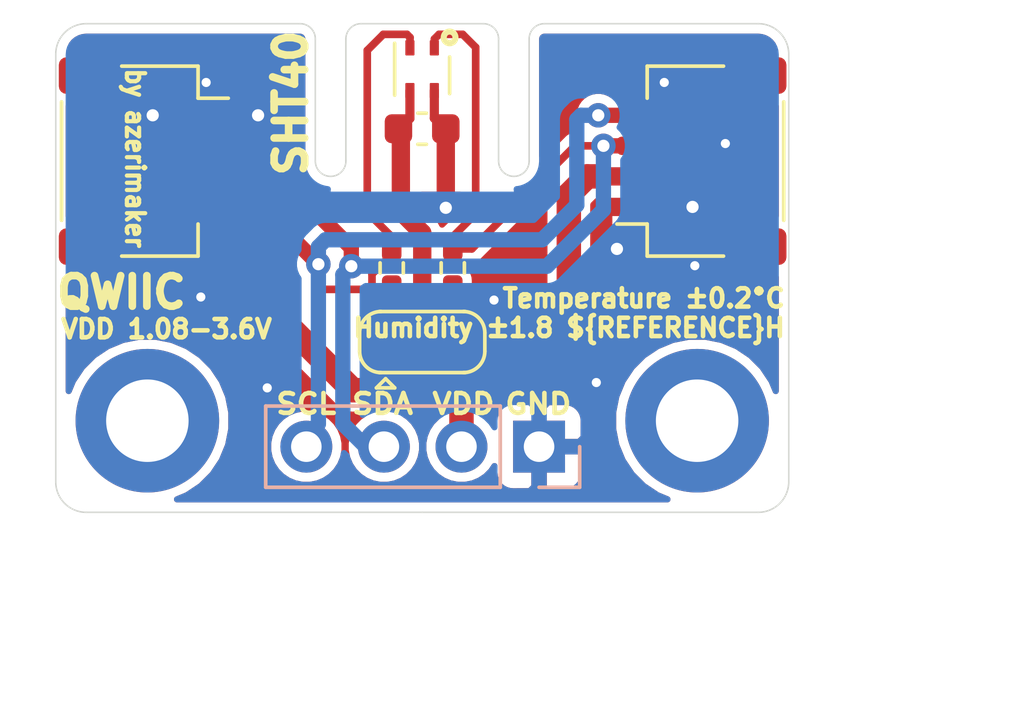
<source format=kicad_pcb>
(kicad_pcb (version 20171130) (host pcbnew "(5.1.8)-1")

  (general
    (thickness 1.6)
    (drawings 34)
    (tracks 109)
    (zones 0)
    (modules 10)
    (nets 7)
  )

  (page A4)
  (layers
    (0 F.Cu signal)
    (31 B.Cu signal)
    (32 B.Adhes user)
    (33 F.Adhes user)
    (34 B.Paste user)
    (35 F.Paste user)
    (36 B.SilkS user)
    (37 F.SilkS user)
    (38 B.Mask user)
    (39 F.Mask user)
    (40 Dwgs.User user)
    (41 Cmts.User user)
    (42 Eco1.User user)
    (43 Eco2.User user)
    (44 Edge.Cuts user)
    (45 Margin user)
    (46 B.CrtYd user)
    (47 F.CrtYd user)
    (48 B.Fab user hide)
    (49 F.Fab user hide)
  )

  (setup
    (last_trace_width 0.25)
    (user_trace_width 0.18)
    (user_trace_width 0.2)
    (user_trace_width 0.22)
    (user_trace_width 0.25)
    (user_trace_width 0.3)
    (user_trace_width 0.5)
    (user_trace_width 0.6)
    (user_trace_width 0.7)
    (user_trace_width 0.8)
    (user_trace_width 1)
    (trace_clearance 0.2)
    (zone_clearance 0.3)
    (zone_45_only no)
    (trace_min 0.17)
    (via_size 0.8)
    (via_drill 0.4)
    (via_min_size 0.45)
    (via_min_drill 0.3)
    (user_via 0.55 0.3)
    (user_via 0.7 0.4)
    (uvia_size 0.3)
    (uvia_drill 0.1)
    (uvias_allowed no)
    (uvia_min_size 0.2)
    (uvia_min_drill 0.1)
    (edge_width 0.05)
    (segment_width 0.2)
    (pcb_text_width 0.3)
    (pcb_text_size 1.5 1.5)
    (mod_edge_width 0.12)
    (mod_text_size 1 1)
    (mod_text_width 0.15)
    (pad_size 1.524 1.524)
    (pad_drill 0.762)
    (pad_to_mask_clearance 0)
    (aux_axis_origin 140 72)
    (visible_elements 7FFBFFFF)
    (pcbplotparams
      (layerselection 0x210fc_ffffffff)
      (usegerberextensions true)
      (usegerberattributes true)
      (usegerberadvancedattributes true)
      (creategerberjobfile false)
      (excludeedgelayer true)
      (linewidth 0.100000)
      (plotframeref false)
      (viasonmask false)
      (mode 1)
      (useauxorigin true)
      (hpglpennumber 1)
      (hpglpenspeed 20)
      (hpglpendiameter 15.000000)
      (psnegative false)
      (psa4output false)
      (plotreference false)
      (plotvalue true)
      (plotinvisibletext false)
      (padsonsilk false)
      (subtractmaskfromsilk false)
      (outputformat 1)
      (mirror false)
      (drillshape 0)
      (scaleselection 1)
      (outputdirectory "fab/gerber/"))
  )

  (net 0 "")
  (net 1 VDD)
  (net 2 GND)
  (net 3 SDA)
  (net 4 SCL)
  (net 5 "Net-(JP1-Pad1)")
  (net 6 "Net-(JP1-Pad3)")

  (net_class Default "This is the default net class."
    (clearance 0.2)
    (trace_width 0.25)
    (via_dia 0.8)
    (via_drill 0.4)
    (uvia_dia 0.3)
    (uvia_drill 0.1)
    (add_net GND)
    (add_net "Net-(JP1-Pad1)")
    (add_net "Net-(JP1-Pad3)")
    (add_net SCL)
    (add_net SDA)
    (add_net VDD)
  )

  (module MountingHole:MountingHole_2.7mm_M2.5_DIN965_Pad (layer F.Cu) (tedit 56D1B4CB) (tstamp 5FD3FD56)
    (at 149 77)
    (descr "Mounting Hole 2.7mm, M2.5, DIN965")
    (tags "mounting hole 2.7mm m2.5 din965")
    (path /5FD3DF3C)
    (attr virtual)
    (fp_text reference H2 (at 0 -3.35) (layer F.SilkS) hide
      (effects (font (size 1 1) (thickness 0.15)))
    )
    (fp_text value MountingHole (at 0 3.35) (layer F.Fab) hide
      (effects (font (size 1 1) (thickness 0.15)))
    )
    (fp_circle (center 0 0) (end 2.35 0) (layer Cmts.User) (width 0.15))
    (fp_circle (center 0 0) (end 2.6 0) (layer F.CrtYd) (width 0.05))
    (fp_text user %R (at 0.3 0) (layer F.Fab)
      (effects (font (size 1 1) (thickness 0.15)))
    )
    (pad 1 thru_hole circle (at 0 0) (size 4.7 4.7) (drill 2.7) (layers *.Cu *.Mask))
  )

  (module MountingHole:MountingHole_2.7mm_M2.5_DIN965_Pad (layer F.Cu) (tedit 56D1B4CB) (tstamp 5FD3FD4E)
    (at 131 77)
    (descr "Mounting Hole 2.7mm, M2.5, DIN965")
    (tags "mounting hole 2.7mm m2.5 din965")
    (path /5FD3D951)
    (attr virtual)
    (fp_text reference H1 (at 0 -3.35) (layer F.SilkS) hide
      (effects (font (size 1 1) (thickness 0.15)))
    )
    (fp_text value MountingHole (at 0 3.35) (layer F.Fab) hide
      (effects (font (size 1 1) (thickness 0.15)))
    )
    (fp_circle (center 0 0) (end 2.35 0) (layer Cmts.User) (width 0.15))
    (fp_circle (center 0 0) (end 2.6 0) (layer F.CrtYd) (width 0.05))
    (fp_text user %R (at 0.3 0) (layer F.Fab)
      (effects (font (size 1 1) (thickness 0.15)))
    )
    (pad 1 thru_hole circle (at 0 0) (size 4.7 4.7) (drill 2.7) (layers *.Cu *.Mask))
  )

  (module Capacitor_SMD:C_0603_1608Metric (layer F.Cu) (tedit 5F68FEEE) (tstamp 5FD3E53D)
    (at 139.996152 67.44098)
    (descr "Capacitor SMD 0603 (1608 Metric), square (rectangular) end terminal, IPC_7351 nominal, (Body size source: IPC-SM-782 page 76, https://www.pcb-3d.com/wordpress/wp-content/uploads/ipc-sm-782a_amendment_1_and_2.pdf), generated with kicad-footprint-generator")
    (tags capacitor)
    (path /5FD33974)
    (attr smd)
    (fp_text reference C1 (at 0 -1.43) (layer F.SilkS) hide
      (effects (font (size 1 1) (thickness 0.15)))
    )
    (fp_text value 0.1uF (at 0 1.43) (layer F.Fab) hide
      (effects (font (size 1 1) (thickness 0.15)))
    )
    (fp_line (start -0.8 0.4) (end -0.8 -0.4) (layer F.Fab) (width 0.1))
    (fp_line (start -0.8 -0.4) (end 0.8 -0.4) (layer F.Fab) (width 0.1))
    (fp_line (start 0.8 -0.4) (end 0.8 0.4) (layer F.Fab) (width 0.1))
    (fp_line (start 0.8 0.4) (end -0.8 0.4) (layer F.Fab) (width 0.1))
    (fp_line (start -0.14058 -0.51) (end 0.14058 -0.51) (layer F.SilkS) (width 0.12))
    (fp_line (start -0.14058 0.51) (end 0.14058 0.51) (layer F.SilkS) (width 0.12))
    (fp_line (start -1.48 0.73) (end -1.48 -0.73) (layer F.CrtYd) (width 0.05))
    (fp_line (start -1.48 -0.73) (end 1.48 -0.73) (layer F.CrtYd) (width 0.05))
    (fp_line (start 1.48 -0.73) (end 1.48 0.73) (layer F.CrtYd) (width 0.05))
    (fp_line (start 1.48 0.73) (end -1.48 0.73) (layer F.CrtYd) (width 0.05))
    (fp_text user %R (at 0 0) (layer F.Fab) hide
      (effects (font (size 0.4 0.4) (thickness 0.06)))
    )
    (pad 2 smd roundrect (at 0.775 0) (size 0.9 0.95) (layers F.Cu F.Paste F.Mask) (roundrect_rratio 0.25)
      (net 2 GND))
    (pad 1 smd roundrect (at -0.775 0) (size 0.9 0.95) (layers F.Cu F.Paste F.Mask) (roundrect_rratio 0.25)
      (net 1 VDD))
    (model ${KISYS3DMOD}/Capacitor_SMD.3dshapes/C_0603_1608Metric.wrl
      (at (xyz 0 0 0))
      (scale (xyz 1 1 1))
      (rotate (xyz 0 0 0))
    )
  )

  (module Connector_JST:JST_SH_SM04B-SRSS-TB_1x04-1MP_P1.00mm_Horizontal (layer F.Cu) (tedit 5B78AD87) (tstamp 5FD3E558)
    (at 130.875 68.5 270)
    (descr "JST SH series connector, SM04B-SRSS-TB (http://www.jst-mfg.com/product/pdf/eng/eSH.pdf), generated with kicad-footprint-generator")
    (tags "connector JST SH top entry")
    (path /5FD2BD96)
    (attr smd)
    (fp_text reference J1 (at 0 -3.98 90) (layer F.SilkS) hide
      (effects (font (size 1 1) (thickness 0.15)))
    )
    (fp_text value QWIIC (at 0 3.98 90) (layer F.Fab) hide
      (effects (font (size 1 1) (thickness 0.15)))
    )
    (fp_line (start -1.5 -0.967893) (end -1 -1.675) (layer F.Fab) (width 0.1))
    (fp_line (start -2 -1.675) (end -1.5 -0.967893) (layer F.Fab) (width 0.1))
    (fp_line (start 3.9 -3.28) (end -3.9 -3.28) (layer F.CrtYd) (width 0.05))
    (fp_line (start 3.9 3.28) (end 3.9 -3.28) (layer F.CrtYd) (width 0.05))
    (fp_line (start -3.9 3.28) (end 3.9 3.28) (layer F.CrtYd) (width 0.05))
    (fp_line (start -3.9 -3.28) (end -3.9 3.28) (layer F.CrtYd) (width 0.05))
    (fp_line (start 3 -1.675) (end 3 2.575) (layer F.Fab) (width 0.1))
    (fp_line (start -3 -1.675) (end -3 2.575) (layer F.Fab) (width 0.1))
    (fp_line (start -3 2.575) (end 3 2.575) (layer F.Fab) (width 0.1))
    (fp_line (start -1.94 2.685) (end 1.94 2.685) (layer F.SilkS) (width 0.12))
    (fp_line (start 3.11 -1.785) (end 2.06 -1.785) (layer F.SilkS) (width 0.12))
    (fp_line (start 3.11 0.715) (end 3.11 -1.785) (layer F.SilkS) (width 0.12))
    (fp_line (start -2.06 -1.785) (end -2.06 -2.775) (layer F.SilkS) (width 0.12))
    (fp_line (start -3.11 -1.785) (end -2.06 -1.785) (layer F.SilkS) (width 0.12))
    (fp_line (start -3.11 0.715) (end -3.11 -1.785) (layer F.SilkS) (width 0.12))
    (fp_line (start -3 -1.675) (end 3 -1.675) (layer F.Fab) (width 0.1))
    (fp_text user %R (at 0 0 90) (layer F.Fab) hide
      (effects (font (size 1 1) (thickness 0.15)))
    )
    (pad 1 smd roundrect (at -1.5 -2 270) (size 0.6 1.55) (layers F.Cu F.Paste F.Mask) (roundrect_rratio 0.25)
      (net 2 GND))
    (pad 2 smd roundrect (at -0.5 -2 270) (size 0.6 1.55) (layers F.Cu F.Paste F.Mask) (roundrect_rratio 0.25)
      (net 1 VDD))
    (pad 3 smd roundrect (at 0.5 -2 270) (size 0.6 1.55) (layers F.Cu F.Paste F.Mask) (roundrect_rratio 0.25)
      (net 3 SDA))
    (pad 4 smd roundrect (at 1.5 -2 270) (size 0.6 1.55) (layers F.Cu F.Paste F.Mask) (roundrect_rratio 0.25)
      (net 4 SCL))
    (pad MP smd roundrect (at -2.8 1.875 270) (size 1.2 1.8) (layers F.Cu F.Paste F.Mask) (roundrect_rratio 0.2083325))
    (pad MP smd roundrect (at 2.8 1.875 270) (size 1.2 1.8) (layers F.Cu F.Paste F.Mask) (roundrect_rratio 0.2083325))
    (model ${KIPRJMOD}/3Dpackages/SM04B-SRSS-TB.STEP
      (offset (xyz 0 1.5 -0.25))
      (scale (xyz 1 1 1))
      (rotate (xyz -90 0 0))
    )
  )

  (module Connector_JST:JST_SH_SM04B-SRSS-TB_1x04-1MP_P1.00mm_Horizontal (layer F.Cu) (tedit 5B78AD87) (tstamp 5FD3E573)
    (at 149.15 68.5 90)
    (descr "JST SH series connector, SM04B-SRSS-TB (http://www.jst-mfg.com/product/pdf/eng/eSH.pdf), generated with kicad-footprint-generator")
    (tags "connector JST SH top entry")
    (path /5FD2D17D)
    (attr smd)
    (fp_text reference J2 (at 0 -3.98 90) (layer F.SilkS) hide
      (effects (font (size 1 1) (thickness 0.15)))
    )
    (fp_text value QWIIC (at 0 3.98 90) (layer F.Fab) hide
      (effects (font (size 1 1) (thickness 0.15)))
    )
    (fp_line (start -3 -1.675) (end 3 -1.675) (layer F.Fab) (width 0.1))
    (fp_line (start -3.11 0.715) (end -3.11 -1.785) (layer F.SilkS) (width 0.12))
    (fp_line (start -3.11 -1.785) (end -2.06 -1.785) (layer F.SilkS) (width 0.12))
    (fp_line (start -2.06 -1.785) (end -2.06 -2.775) (layer F.SilkS) (width 0.12))
    (fp_line (start 3.11 0.715) (end 3.11 -1.785) (layer F.SilkS) (width 0.12))
    (fp_line (start 3.11 -1.785) (end 2.06 -1.785) (layer F.SilkS) (width 0.12))
    (fp_line (start -1.94 2.685) (end 1.94 2.685) (layer F.SilkS) (width 0.12))
    (fp_line (start -3 2.575) (end 3 2.575) (layer F.Fab) (width 0.1))
    (fp_line (start -3 -1.675) (end -3 2.575) (layer F.Fab) (width 0.1))
    (fp_line (start 3 -1.675) (end 3 2.575) (layer F.Fab) (width 0.1))
    (fp_line (start -3.9 -3.28) (end -3.9 3.28) (layer F.CrtYd) (width 0.05))
    (fp_line (start -3.9 3.28) (end 3.9 3.28) (layer F.CrtYd) (width 0.05))
    (fp_line (start 3.9 3.28) (end 3.9 -3.28) (layer F.CrtYd) (width 0.05))
    (fp_line (start 3.9 -3.28) (end -3.9 -3.28) (layer F.CrtYd) (width 0.05))
    (fp_line (start -2 -1.675) (end -1.5 -0.967893) (layer F.Fab) (width 0.1))
    (fp_line (start -1.5 -0.967893) (end -1 -1.675) (layer F.Fab) (width 0.1))
    (fp_text user %R (at 0 0 90) (layer F.Fab) hide
      (effects (font (size 1 1) (thickness 0.15)))
    )
    (pad MP smd roundrect (at 2.8 1.875 90) (size 1.2 1.8) (layers F.Cu F.Paste F.Mask) (roundrect_rratio 0.2083325))
    (pad MP smd roundrect (at -2.8 1.875 90) (size 1.2 1.8) (layers F.Cu F.Paste F.Mask) (roundrect_rratio 0.2083325))
    (pad 4 smd roundrect (at 1.5 -2 90) (size 0.6 1.55) (layers F.Cu F.Paste F.Mask) (roundrect_rratio 0.25)
      (net 4 SCL))
    (pad 3 smd roundrect (at 0.5 -2 90) (size 0.6 1.55) (layers F.Cu F.Paste F.Mask) (roundrect_rratio 0.25)
      (net 3 SDA))
    (pad 2 smd roundrect (at -0.5 -2 90) (size 0.6 1.55) (layers F.Cu F.Paste F.Mask) (roundrect_rratio 0.25)
      (net 1 VDD))
    (pad 1 smd roundrect (at -1.5 -2 90) (size 0.6 1.55) (layers F.Cu F.Paste F.Mask) (roundrect_rratio 0.25)
      (net 2 GND))
    (model ${KIPRJMOD}/3Dpackages/SM04B-SRSS-TB.STEP
      (offset (xyz 0 1.5 -0.25))
      (scale (xyz 1 1 1))
      (rotate (xyz -90 0 0))
    )
  )

  (module Connector_PinHeader_2.54mm:PinHeader_1x04_P2.54mm_Vertical (layer B.Cu) (tedit 59FED5CC) (tstamp 5FD3E58B)
    (at 143.825 77.85 90)
    (descr "Through hole straight pin header, 1x04, 2.54mm pitch, single row")
    (tags "Through hole pin header THT 1x04 2.54mm single row")
    (path /5FD304DE)
    (fp_text reference J3 (at 0 2.33 270) (layer B.SilkS) hide
      (effects (font (size 1 1) (thickness 0.15)) (justify mirror))
    )
    (fp_text value "2.54mm Header" (at 0 -9.95 270) (layer B.Fab) hide
      (effects (font (size 1 1) (thickness 0.15)) (justify mirror))
    )
    (fp_line (start 1.8 1.8) (end -1.8 1.8) (layer B.CrtYd) (width 0.05))
    (fp_line (start 1.8 -9.4) (end 1.8 1.8) (layer B.CrtYd) (width 0.05))
    (fp_line (start -1.8 -9.4) (end 1.8 -9.4) (layer B.CrtYd) (width 0.05))
    (fp_line (start -1.8 1.8) (end -1.8 -9.4) (layer B.CrtYd) (width 0.05))
    (fp_line (start -1.33 1.33) (end 0 1.33) (layer B.SilkS) (width 0.12))
    (fp_line (start -1.33 0) (end -1.33 1.33) (layer B.SilkS) (width 0.12))
    (fp_line (start -1.33 -1.27) (end 1.33 -1.27) (layer B.SilkS) (width 0.12))
    (fp_line (start 1.33 -1.27) (end 1.33 -8.95) (layer B.SilkS) (width 0.12))
    (fp_line (start -1.33 -1.27) (end -1.33 -8.95) (layer B.SilkS) (width 0.12))
    (fp_line (start -1.33 -8.95) (end 1.33 -8.95) (layer B.SilkS) (width 0.12))
    (fp_line (start -1.27 0.635) (end -0.635 1.27) (layer B.Fab) (width 0.1))
    (fp_line (start -1.27 -8.89) (end -1.27 0.635) (layer B.Fab) (width 0.1))
    (fp_line (start 1.27 -8.89) (end -1.27 -8.89) (layer B.Fab) (width 0.1))
    (fp_line (start 1.27 1.27) (end 1.27 -8.89) (layer B.Fab) (width 0.1))
    (fp_line (start -0.635 1.27) (end 1.27 1.27) (layer B.Fab) (width 0.1))
    (fp_text user %R (at 0 -3.81) (layer B.Fab) hide
      (effects (font (size 1 1) (thickness 0.15)) (justify mirror))
    )
    (pad 1 thru_hole rect (at 0 0 90) (size 1.7 1.7) (drill 1) (layers *.Cu *.Mask)
      (net 2 GND))
    (pad 2 thru_hole oval (at 0 -2.54 90) (size 1.7 1.7) (drill 1) (layers *.Cu *.Mask)
      (net 1 VDD))
    (pad 3 thru_hole oval (at 0 -5.08 90) (size 1.7 1.7) (drill 1) (layers *.Cu *.Mask)
      (net 3 SDA))
    (pad 4 thru_hole oval (at 0 -7.62 90) (size 1.7 1.7) (drill 1) (layers *.Cu *.Mask)
      (net 4 SCL))
    (model ${KISYS3DMOD}/Connector_PinHeader_2.54mm.3dshapes/PinHeader_1x04_P2.54mm_Vertical.wrl
      (at (xyz 0 0 0))
      (scale (xyz 1 1 1))
      (rotate (xyz 0 0 0))
    )
  )

  (module Jumper:SolderJumper-3_P1.3mm_Open_RoundedPad1.0x1.5mm (layer F.Cu) (tedit 5B391EB7) (tstamp 5FD3E5A1)
    (at 140 74.425)
    (descr "SMD Solder 3-pad Jumper, 1x1.5mm rounded Pads, 0.3mm gap, open")
    (tags "solder jumper open")
    (path /5FD37A54)
    (attr virtual)
    (fp_text reference JP1 (at 0 -1.8) (layer F.SilkS) hide
      (effects (font (size 1 1) (thickness 0.15)))
    )
    (fp_text value I2C_VCC (at 0 1.9) (layer F.Fab) hide
      (effects (font (size 1 1) (thickness 0.15)))
    )
    (fp_line (start 2.3 1.25) (end -2.3 1.25) (layer F.CrtYd) (width 0.05))
    (fp_line (start 2.3 1.25) (end 2.3 -1.25) (layer F.CrtYd) (width 0.05))
    (fp_line (start -2.3 -1.25) (end -2.3 1.25) (layer F.CrtYd) (width 0.05))
    (fp_line (start -2.3 -1.25) (end 2.3 -1.25) (layer F.CrtYd) (width 0.05))
    (fp_line (start -1.4 -1) (end 1.4 -1) (layer F.SilkS) (width 0.12))
    (fp_line (start 2.05 -0.3) (end 2.05 0.3) (layer F.SilkS) (width 0.12))
    (fp_line (start 1.4 1) (end -1.4 1) (layer F.SilkS) (width 0.12))
    (fp_line (start -2.05 0.3) (end -2.05 -0.3) (layer F.SilkS) (width 0.12))
    (fp_line (start -1.2 1.2) (end -1.5 1.5) (layer F.SilkS) (width 0.12))
    (fp_line (start -1.5 1.5) (end -0.9 1.5) (layer F.SilkS) (width 0.12))
    (fp_line (start -1.2 1.2) (end -0.9 1.5) (layer F.SilkS) (width 0.12))
    (fp_arc (start 1.35 -0.3) (end 2.05 -0.3) (angle -90) (layer F.SilkS) (width 0.12))
    (fp_arc (start 1.35 0.3) (end 1.35 1) (angle -90) (layer F.SilkS) (width 0.12))
    (fp_arc (start -1.35 0.3) (end -2.05 0.3) (angle -90) (layer F.SilkS) (width 0.12))
    (fp_arc (start -1.35 -0.3) (end -1.35 -1) (angle -90) (layer F.SilkS) (width 0.12))
    (pad 1 smd custom (at -1.3 0) (size 1 0.5) (layers F.Cu F.Mask)
      (net 5 "Net-(JP1-Pad1)") (zone_connect 2)
      (options (clearance outline) (anchor rect))
      (primitives
        (gr_circle (center 0 0.25) (end 0.5 0.25) (width 0))
        (gr_circle (center 0 -0.25) (end 0.5 -0.25) (width 0))
        (gr_poly (pts
           (xy 0.55 -0.75) (xy 0 -0.75) (xy 0 0.75) (xy 0.55 0.75)) (width 0))
      ))
    (pad 3 smd custom (at 1.3 0) (size 1 0.5) (layers F.Cu F.Mask)
      (net 6 "Net-(JP1-Pad3)") (zone_connect 2)
      (options (clearance outline) (anchor rect))
      (primitives
        (gr_circle (center 0 0.25) (end 0.5 0.25) (width 0))
        (gr_circle (center 0 -0.25) (end 0.5 -0.25) (width 0))
        (gr_poly (pts
           (xy -0.55 -0.75) (xy 0 -0.75) (xy 0 0.75) (xy -0.55 0.75)) (width 0))
      ))
    (pad 2 smd rect (at 0 0) (size 1 1.5) (layers F.Cu F.Mask)
      (net 1 VDD))
  )

  (module Resistor_SMD:R_0402_1005Metric_Pad0.72x0.64mm_HandSolder (layer F.Cu) (tedit 5F6BB9E0) (tstamp 5FD3E5B2)
    (at 141 71.9975 90)
    (descr "Resistor SMD 0402 (1005 Metric), square (rectangular) end terminal, IPC_7351 nominal with elongated pad for handsoldering. (Body size source: IPC-SM-782 page 72, https://www.pcb-3d.com/wordpress/wp-content/uploads/ipc-sm-782a_amendment_1_and_2.pdf), generated with kicad-footprint-generator")
    (tags "resistor handsolder")
    (path /5FD351D4)
    (attr smd)
    (fp_text reference R1 (at 0 -1.17 90) (layer F.SilkS) hide
      (effects (font (size 1 1) (thickness 0.15)))
    )
    (fp_text value 2K2 (at 0 1.17 90) (layer F.Fab) hide
      (effects (font (size 1 1) (thickness 0.15)))
    )
    (fp_line (start 1.1 0.47) (end -1.1 0.47) (layer F.CrtYd) (width 0.05))
    (fp_line (start 1.1 -0.47) (end 1.1 0.47) (layer F.CrtYd) (width 0.05))
    (fp_line (start -1.1 -0.47) (end 1.1 -0.47) (layer F.CrtYd) (width 0.05))
    (fp_line (start -1.1 0.47) (end -1.1 -0.47) (layer F.CrtYd) (width 0.05))
    (fp_line (start -0.167621 0.38) (end 0.167621 0.38) (layer F.SilkS) (width 0.12))
    (fp_line (start -0.167621 -0.38) (end 0.167621 -0.38) (layer F.SilkS) (width 0.12))
    (fp_line (start 0.525 0.27) (end -0.525 0.27) (layer F.Fab) (width 0.1))
    (fp_line (start 0.525 -0.27) (end 0.525 0.27) (layer F.Fab) (width 0.1))
    (fp_line (start -0.525 -0.27) (end 0.525 -0.27) (layer F.Fab) (width 0.1))
    (fp_line (start -0.525 0.27) (end -0.525 -0.27) (layer F.Fab) (width 0.1))
    (fp_text user %R (at 0 0 90) (layer F.Fab) hide
      (effects (font (size 0.26 0.26) (thickness 0.04)))
    )
    (pad 1 smd roundrect (at -0.5975 0 90) (size 0.715 0.64) (layers F.Cu F.Paste F.Mask) (roundrect_rratio 0.25)
      (net 6 "Net-(JP1-Pad3)"))
    (pad 2 smd roundrect (at 0.5975 0 90) (size 0.715 0.64) (layers F.Cu F.Paste F.Mask) (roundrect_rratio 0.25)
      (net 3 SDA))
    (model ${KISYS3DMOD}/Resistor_SMD.3dshapes/R_0402_1005Metric.wrl
      (at (xyz 0 0 0))
      (scale (xyz 1 1 1))
      (rotate (xyz 0 0 0))
    )
  )

  (module Resistor_SMD:R_0402_1005Metric_Pad0.72x0.64mm_HandSolder (layer F.Cu) (tedit 5F6BB9E0) (tstamp 5FD3E5C3)
    (at 139 72 90)
    (descr "Resistor SMD 0402 (1005 Metric), square (rectangular) end terminal, IPC_7351 nominal with elongated pad for handsoldering. (Body size source: IPC-SM-782 page 72, https://www.pcb-3d.com/wordpress/wp-content/uploads/ipc-sm-782a_amendment_1_and_2.pdf), generated with kicad-footprint-generator")
    (tags "resistor handsolder")
    (path /5FD35AFA)
    (attr smd)
    (fp_text reference R2 (at 0 -1.17 90) (layer F.SilkS) hide
      (effects (font (size 1 1) (thickness 0.15)))
    )
    (fp_text value 2K2 (at 0 1.17 90) (layer F.Fab) hide
      (effects (font (size 1 1) (thickness 0.15)))
    )
    (fp_line (start -0.525 0.27) (end -0.525 -0.27) (layer F.Fab) (width 0.1))
    (fp_line (start -0.525 -0.27) (end 0.525 -0.27) (layer F.Fab) (width 0.1))
    (fp_line (start 0.525 -0.27) (end 0.525 0.27) (layer F.Fab) (width 0.1))
    (fp_line (start 0.525 0.27) (end -0.525 0.27) (layer F.Fab) (width 0.1))
    (fp_line (start -0.167621 -0.38) (end 0.167621 -0.38) (layer F.SilkS) (width 0.12))
    (fp_line (start -0.167621 0.38) (end 0.167621 0.38) (layer F.SilkS) (width 0.12))
    (fp_line (start -1.1 0.47) (end -1.1 -0.47) (layer F.CrtYd) (width 0.05))
    (fp_line (start -1.1 -0.47) (end 1.1 -0.47) (layer F.CrtYd) (width 0.05))
    (fp_line (start 1.1 -0.47) (end 1.1 0.47) (layer F.CrtYd) (width 0.05))
    (fp_line (start 1.1 0.47) (end -1.1 0.47) (layer F.CrtYd) (width 0.05))
    (fp_text user %R (at 0 0 90) (layer F.Fab) hide
      (effects (font (size 0.26 0.26) (thickness 0.04)))
    )
    (pad 2 smd roundrect (at 0.5975 0 90) (size 0.715 0.64) (layers F.Cu F.Paste F.Mask) (roundrect_rratio 0.25)
      (net 4 SCL))
    (pad 1 smd roundrect (at -0.5975 0 90) (size 0.715 0.64) (layers F.Cu F.Paste F.Mask) (roundrect_rratio 0.25)
      (net 5 "Net-(JP1-Pad1)"))
    (model ${KISYS3DMOD}/Resistor_SMD.3dshapes/R_0402_1005Metric.wrl
      (at (xyz 0 0 0))
      (scale (xyz 1 1 1))
      (rotate (xyz 0 0 0))
    )
  )

  (module SHT40-Breakout:DFN-4_1x1mm_P0.65mm (layer F.Cu) (tedit 5FD381C1) (tstamp 5FD3E5D8)
    (at 139.996152 65.490979 270)
    (descr "DFN, 4 Pin")
    (tags SHT4x)
    (path /5FD31993)
    (attr smd)
    (fp_text reference U1 (at 0 -1.55 90) (layer F.SilkS) hide
      (effects (font (size 0.7 0.7) (thickness 0.15)))
    )
    (fp_text value SHT40 (at 0 1.55 90) (layer F.Fab) hide
      (effects (font (size 1 1) (thickness 0.15)))
    )
    (fp_circle (center -1.041421 -0.9) (end -0.95 -0.9) (layer F.SilkS) (width 0.2))
    (fp_line (start 0.85 -0.85) (end -0.85 -0.85) (layer F.CrtYd) (width 0.05))
    (fp_line (start 0.85 0.85) (end 0.85 -0.85) (layer F.CrtYd) (width 0.05))
    (fp_line (start -0.85 0.85) (end 0.85 0.85) (layer F.CrtYd) (width 0.05))
    (fp_line (start -0.85 -0.85) (end -0.85 0.85) (layer F.CrtYd) (width 0.05))
    (fp_line (start -0.75 -0.45) (end -0.45 -0.75) (layer F.Fab) (width 0.1))
    (fp_line (start -0.75 0.75) (end -0.75 -0.45) (layer F.Fab) (width 0.1))
    (fp_line (start 0.75 0.75) (end -0.75 0.75) (layer F.Fab) (width 0.1))
    (fp_line (start 0.75 -0.75) (end 0.75 0.75) (layer F.Fab) (width 0.1))
    (fp_line (start -0.45 -0.75) (end 0.75 -0.75) (layer F.Fab) (width 0.1))
    (fp_line (start -0.85 0.9) (end 0.85 0.9) (layer F.SilkS) (width 0.12))
    (fp_line (start -0.4 -0.9) (end 0.8 -0.9) (layer F.SilkS) (width 0.12))
    (fp_text user %R (at 0 0 90) (layer F.Fab) hide
      (effects (font (size 0.3 0.3) (thickness 0.04)))
    )
    (pad 1 smd roundrect (at -0.7 -0.4 270) (size 0.5 0.3) (layers F.Cu F.Paste F.Mask) (roundrect_rratio 0.1)
      (net 3 SDA))
    (pad 2 smd roundrect (at -0.7 0.4 270) (size 0.5 0.3) (layers F.Cu F.Paste F.Mask) (roundrect_rratio 0.1)
      (net 4 SCL))
    (pad 3 smd roundrect (at 0.7 0.4 270) (size 0.5 0.3) (layers F.Cu F.Paste F.Mask) (roundrect_rratio 0.1)
      (net 1 VDD))
    (pad 4 smd roundrect (at 0.7 -0.4 270) (size 0.5 0.3) (layers F.Cu F.Paste F.Mask) (roundrect_rratio 0.1)
      (net 2 GND))
    (model ${KIPRJMOD}/3Dpackages/SHTC1.step
      (at (xyz 0 0 0))
      (scale (xyz 0.65 0.8 0.65))
      (rotate (xyz -90 0 0))
    )
  )

  (dimension 16 (width 0.15) (layer Dwgs.User)
    (gr_text "16.000 mm" (at 158.35 72 90) (layer Dwgs.User)
      (effects (font (size 1 1) (thickness 0.15)))
    )
    (feature1 (pts (xy 150.95 64) (xy 157.636421 64)))
    (feature2 (pts (xy 150.95 80) (xy 157.636421 80)))
    (crossbar (pts (xy 157.05 80) (xy 157.05 64)))
    (arrow1a (pts (xy 157.05 64) (xy 157.636421 65.126504)))
    (arrow1b (pts (xy 157.05 64) (xy 156.463579 65.126504)))
    (arrow2a (pts (xy 157.05 80) (xy 157.636421 78.873496)))
    (arrow2b (pts (xy 157.05 80) (xy 156.463579 78.873496)))
  )
  (dimension 24 (width 0.15) (layer Dwgs.User)
    (gr_text "24.000 mm" (at 140 87) (layer Dwgs.User)
      (effects (font (size 1 1) (thickness 0.15)))
    )
    (feature1 (pts (xy 152 79) (xy 152 86.286421)))
    (feature2 (pts (xy 128 79) (xy 128 86.286421)))
    (crossbar (pts (xy 128 85.7) (xy 152 85.7)))
    (arrow1a (pts (xy 152 85.7) (xy 150.873496 86.286421)))
    (arrow1b (pts (xy 152 85.7) (xy 150.873496 85.113579)))
    (arrow2a (pts (xy 128 85.7) (xy 129.126504 86.286421)))
    (arrow2b (pts (xy 128 85.7) (xy 129.126504 85.113579)))
  )
  (gr_text VDD (at 141.35 76.45) (layer F.SilkS) (tstamp 5FD52B10)
    (effects (font (size 0.65 0.7) (thickness 0.15)))
  )
  (gr_text "by azerimaker" (at 130.6 65.4 270) (layer F.SilkS) (tstamp 5FD52796)
    (effects (font (size 0.6 0.55) (thickness 0.1375)) (justify left))
  )
  (gr_text "Temperature ±0.2°C\nHumidity ±1.8 %RH" (at 151.95 73.475) (layer F.SilkS) (tstamp 5FD52680)
    (effects (font (size 0.6 0.6) (thickness 0.15)) (justify right))
  )
  (gr_text GND (at 143.8 76.45) (layer F.SilkS) (tstamp 5FD525C8)
    (effects (font (size 0.65 0.7) (thickness 0.15)))
  )
  (gr_text "VDD 1.08-3.6V" (at 128.1 74) (layer F.SilkS) (tstamp 5FD525C3)
    (effects (font (size 0.6 0.6) (thickness 0.15)) (justify left))
  )
  (gr_text SDA (at 138.7 76.45) (layer F.SilkS) (tstamp 5FD525BD)
    (effects (font (size 0.65 0.7) (thickness 0.15)))
  )
  (gr_text SCL (at 136.2 76.45) (layer F.SilkS) (tstamp 5FD525AE)
    (effects (font (size 0.65 0.7) (thickness 0.15)))
  )
  (gr_text SHT40 (at 135.7 66.6 90) (layer F.SilkS) (tstamp 5FD52552)
    (effects (font (size 1 1) (thickness 0.25)))
  )
  (gr_text QWIIC (at 130.15 72.8) (layer F.SilkS) (tstamp 5FD5249E)
    (effects (font (size 1 1) (thickness 0.25)))
  )
  (gr_arc (start 143 68.5) (end 142.5 68.5) (angle -180) (layer Edge.Cuts) (width 0.05))
  (gr_arc (start 137 68.5) (end 136.5 68.5) (angle -180) (layer Edge.Cuts) (width 0.05))
  (gr_arc (start 144 64.5) (end 144 64) (angle -90) (layer Edge.Cuts) (width 0.05))
  (gr_arc (start 138 64.5) (end 138 64) (angle -90) (layer Edge.Cuts) (width 0.05))
  (gr_line (start 136 64) (end 129 64) (layer Edge.Cuts) (width 0.05))
  (gr_line (start 138 64) (end 142 64) (layer Edge.Cuts) (width 0.05))
  (gr_line (start 151 64) (end 144 64) (layer Edge.Cuts) (width 0.05))
  (gr_line (start 143.5 64.5) (end 143.5 68.5) (layer Edge.Cuts) (width 0.05))
  (gr_line (start 136.5 64.5) (end 136.5 68.5) (layer Edge.Cuts) (width 0.05))
  (gr_arc (start 136 64.5) (end 136.5 64.5) (angle -90) (layer Edge.Cuts) (width 0.05))
  (gr_arc (start 142 64.5) (end 142.5 64.5) (angle -90) (layer Edge.Cuts) (width 0.05))
  (gr_line (start 142.498951 64.5) (end 142.498951 68.5) (layer Edge.Cuts) (width 0.05) (tstamp 5FD402E4))
  (gr_line (start 137.5 64.5) (end 137.5 68.5) (layer Edge.Cuts) (width 0.05))
  (gr_arc (start 151 79) (end 151 80) (angle -90) (layer Edge.Cuts) (width 0.05))
  (gr_arc (start 129 79) (end 128 79) (angle -90) (layer Edge.Cuts) (width 0.05))
  (gr_arc (start 129 65) (end 129 64) (angle -90) (layer Edge.Cuts) (width 0.05))
  (gr_arc (start 151 65) (end 152 65) (angle -90) (layer Edge.Cuts) (width 0.05))
  (gr_line (start 128 65) (end 128 79) (layer Edge.Cuts) (width 0.05))
  (gr_line (start 152 79) (end 152 65) (layer Edge.Cuts) (width 0.05))
  (gr_line (start 140 80) (end 151 80) (layer Edge.Cuts) (width 0.05))
  (gr_line (start 140 80) (end 129 80) (layer Edge.Cuts) (width 0.05))
  (gr_line (start 126.25 72) (end 153.45 72) (layer Eco2.User) (width 0.15))
  (gr_line (start 140 63.3) (end 140 81.05) (layer Eco2.User) (width 0.15))

  (segment (start 139.2 74.45) (end 140.95 74.45) (width 0.6) (layer F.Cu) (net 0))
  (segment (start 139.596152 67.103848) (end 139.3 67.4) (width 0.3) (layer F.Cu) (net 1))
  (segment (start 139.596152 66.190979) (end 139.596152 67.103848) (width 0.3) (layer F.Cu) (net 1))
  (segment (start 139.3 70.15) (end 139.3 67.4) (width 0.6) (layer F.Cu) (net 1))
  (segment (start 140 70.85) (end 139.3 70.15) (width 0.6) (layer F.Cu) (net 1))
  (segment (start 140 75) (end 140 70.85) (width 0.6) (layer F.Cu) (net 1))
  (segment (start 132.875 68) (end 131.65 68) (width 0.6) (layer F.Cu) (net 1))
  (segment (start 141.285 76.115) (end 141.4 76) (width 0.8) (layer F.Cu) (net 1))
  (segment (start 141.285 77.85) (end 141.285 76.115) (width 0.8) (layer F.Cu) (net 1))
  (segment (start 140 75.9) (end 140.1 76) (width 0.8) (layer F.Cu) (net 1))
  (segment (start 140 75) (end 140 75.9) (width 0.8) (layer F.Cu) (net 1))
  (segment (start 140.1 76) (end 141.4 76) (width 0.8) (layer F.Cu) (net 1))
  (segment (start 147.15 69) (end 145.7 69) (width 0.6) (layer F.Cu) (net 1))
  (segment (start 145.4 69) (end 145.7 69) (width 0.8) (layer F.Cu) (net 1))
  (segment (start 144.8 74.4) (end 144.8 69.6) (width 0.8) (layer F.Cu) (net 1))
  (segment (start 143.2 76) (end 144.8 74.4) (width 0.8) (layer F.Cu) (net 1))
  (segment (start 144.8 69.6) (end 145.4 69) (width 0.8) (layer F.Cu) (net 1))
  (segment (start 141.4 76) (end 143.2 76) (width 0.8) (layer F.Cu) (net 1))
  (segment (start 137.725 76) (end 140.1 76) (width 0.8) (layer F.Cu) (net 1))
  (segment (start 133.2 71.475) (end 137.725 76) (width 0.8) (layer F.Cu) (net 1))
  (segment (start 131.45 71.475) (end 133.2 71.475) (width 0.8) (layer F.Cu) (net 1))
  (segment (start 130.975 71) (end 131.45 71.475) (width 0.8) (layer F.Cu) (net 1))
  (segment (start 130.975 68.675) (end 130.975 71) (width 0.8) (layer F.Cu) (net 1))
  (segment (start 131.65 68) (end 130.975 68.675) (width 0.8) (layer F.Cu) (net 1))
  (segment (start 140.8 67.3) (end 140.8 67.4) (width 0.3) (layer F.Cu) (net 2))
  (segment (start 140.396152 67.096152) (end 140.6 67.3) (width 0.3) (layer F.Cu) (net 2))
  (segment (start 140.6 67.3) (end 140.8 67.3) (width 0.3) (layer F.Cu) (net 2))
  (segment (start 140.396152 66.190979) (end 140.396152 67.096152) (width 0.3) (layer F.Cu) (net 2))
  (via (at 134.625 67) (size 0.8) (drill 0.4) (layers F.Cu B.Cu) (net 2))
  (segment (start 132.875 67) (end 134.625 67) (width 0.6) (layer F.Cu) (net 2))
  (via (at 131.175 67) (size 0.8) (drill 0.4) (layers F.Cu B.Cu) (net 2))
  (segment (start 132.875 67) (end 131.175 67) (width 0.6) (layer F.Cu) (net 2))
  (via (at 146.375 71.375) (size 0.8) (drill 0.4) (layers F.Cu B.Cu) (net 2))
  (segment (start 145.925 70.925) (end 146.375 71.375) (width 0.6) (layer F.Cu) (net 2))
  (segment (start 145.925 70) (end 145.925 70.925) (width 0.6) (layer F.Cu) (net 2))
  (segment (start 147.15 70) (end 145.925 70) (width 0.6) (layer F.Cu) (net 2))
  (via (at 140.771164 70.028826) (size 0.8) (drill 0.4) (layers F.Cu B.Cu) (net 2))
  (segment (start 140.771152 67.44098) (end 140.771152 70.028814) (width 0.6) (layer F.Cu) (net 2))
  (segment (start 140.771152 70.028814) (end 140.771164 70.028826) (width 0.6) (layer F.Cu) (net 2))
  (via (at 132.75 72.95) (size 0.8) (drill 0.3) (layers F.Cu B.Cu) (net 2) (tstamp 21))
  (via (at 132.924999 65.924999) (size 0.8) (drill 0.3) (layers F.Cu B.Cu) (net 2) (tstamp 21))
  (via (at 134.924999 75.924999) (size 0.8) (drill 0.3) (layers F.Cu B.Cu) (net 2) (tstamp 21))
  (via (at 142.35 73.05) (size 0.8) (drill 0.3) (layers F.Cu B.Cu) (net 2) (tstamp 21))
  (via (at 145.7 75.75) (size 0.8) (drill 0.3) (layers F.Cu B.Cu) (net 2) (tstamp 21))
  (via (at 147.924999 65.924999) (size 0.8) (drill 0.3) (layers F.Cu B.Cu) (net 2) (tstamp 21))
  (via (at 148.924999 71.924999) (size 0.8) (drill 0.3) (layers F.Cu B.Cu) (net 2) (tstamp 21))
  (via (at 149.924999 67.924999) (size 0.8) (drill 0.3) (layers F.Cu B.Cu) (net 2) (tstamp 21))
  (segment (start 147.15 70) (end 148.85 70) (width 0.6) (layer F.Cu) (net 2))
  (via (at 148.85 70) (size 0.8) (drill 0.4) (layers F.Cu B.Cu) (net 2))
  (segment (start 138.7 77.525) (end 138.7 77.7) (width 0.8) (layer F.Cu) (net 3))
  (segment (start 140.4 64.5) (end 140.4 64.8) (width 0.25) (layer F.Cu) (net 3))
  (segment (start 140.55 64.35) (end 140.4 64.5) (width 0.25) (layer F.Cu) (net 3))
  (segment (start 141.325 64.35) (end 140.55 64.35) (width 0.25) (layer F.Cu) (net 3))
  (segment (start 141.75 70.225) (end 141.75 64.775) (width 0.25) (layer F.Cu) (net 3))
  (segment (start 141.75 64.775) (end 141.325 64.35) (width 0.25) (layer F.Cu) (net 3))
  (segment (start 141 70.975) (end 141.75 70.225) (width 0.25) (layer F.Cu) (net 3))
  (segment (start 141 71.4) (end 141 70.975) (width 0.25) (layer F.Cu) (net 3))
  (segment (start 135.338589 69) (end 137.677614 71.339025) (width 0.5) (layer F.Cu) (net 3))
  (segment (start 132.875 69) (end 135.338589 69) (width 0.5) (layer F.Cu) (net 3))
  (segment (start 137.677614 71.339025) (end 137.677614 71.94064) (width 0.5) (layer F.Cu) (net 3))
  (via (at 137.677614 71.94064) (size 0.8) (drill 0.4) (layers F.Cu B.Cu) (net 3))
  (segment (start 138.2 77.9) (end 138.7 77.9) (width 0.5) (layer B.Cu) (net 3))
  (segment (start 137.4 77.1) (end 138.2 77.9) (width 0.5) (layer B.Cu) (net 3))
  (segment (start 137.4 72.218254) (end 137.4 77.1) (width 0.5) (layer B.Cu) (net 3))
  (segment (start 137.677614 71.94064) (end 137.4 72.218254) (width 0.5) (layer B.Cu) (net 3))
  (via (at 145.932923 67.999989) (size 0.8) (drill 0.4) (layers F.Cu B.Cu) (net 3))
  (segment (start 147.15 68) (end 145.932934 68) (width 0.5) (layer F.Cu) (net 3))
  (segment (start 137.677614 71.94064) (end 144.08436 71.94064) (width 0.5) (layer B.Cu) (net 3))
  (segment (start 144.08436 71.94064) (end 145.932923 70.092077) (width 0.5) (layer B.Cu) (net 3))
  (segment (start 145.932923 70.092077) (end 145.932923 67.999989) (width 0.5) (layer B.Cu) (net 3))
  (segment (start 145.932934 68) (end 145.932923 67.999989) (width 0.5) (layer F.Cu) (net 3))
  (segment (start 145.000011 67.999989) (end 145.932923 67.999989) (width 0.25) (layer F.Cu) (net 3))
  (segment (start 141.625 71.375) (end 145.000011 67.999989) (width 0.25) (layer F.Cu) (net 3))
  (segment (start 141.075 71.375) (end 141.625 71.375) (width 0.25) (layer F.Cu) (net 3))
  (via (at 136.6 71.875002) (size 0.8) (drill 0.4) (layers F.Cu B.Cu) (net 4))
  (segment (start 132.875 70) (end 134.724998 70) (width 0.5) (layer F.Cu) (net 4))
  (segment (start 134.724998 70) (end 136.6 71.875002) (width 0.5) (layer F.Cu) (net 4))
  (segment (start 139.6 64.45) (end 139.6 64.8) (width 0.25) (layer F.Cu) (net 4))
  (segment (start 139.50001 64.35001) (end 139.6 64.45) (width 0.25) (layer F.Cu) (net 4))
  (segment (start 138.2 64.875) (end 138.72499 64.35001) (width 0.25) (layer F.Cu) (net 4))
  (segment (start 138.72499 64.35001) (end 139.50001 64.35001) (width 0.25) (layer F.Cu) (net 4))
  (segment (start 138.2 70.175) (end 138.2 64.875) (width 0.25) (layer F.Cu) (net 4))
  (segment (start 139 70.975) (end 138.2 70.175) (width 0.25) (layer F.Cu) (net 4))
  (segment (start 139 71.4025) (end 139 70.975) (width 0.25) (layer F.Cu) (net 4))
  (segment (start 139 71.4025) (end 139 71.45) (width 0.25) (layer F.Cu) (net 4))
  (segment (start 136.6 72.625) (end 136.6 71.875002) (width 0.25) (layer F.Cu) (net 4))
  (segment (start 136.675 72.7) (end 136.6 72.625) (width 0.25) (layer F.Cu) (net 4))
  (segment (start 138.2 72.7) (end 136.675 72.7) (width 0.25) (layer F.Cu) (net 4))
  (segment (start 138.35499 72.54501) (end 138.2 72.7) (width 0.25) (layer F.Cu) (net 4))
  (segment (start 138.35499 72.1991) (end 138.35499 72.54501) (width 0.25) (layer F.Cu) (net 4))
  (segment (start 139 71.55409) (end 138.35499 72.1991) (width 0.25) (layer F.Cu) (net 4))
  (segment (start 139 71.4025) (end 139 71.55409) (width 0.25) (layer F.Cu) (net 4))
  (segment (start 136.6 77.1) (end 136.6 71.875002) (width 0.5) (layer B.Cu) (net 4))
  (segment (start 136.205 77.495) (end 136.6 77.1) (width 0.5) (layer B.Cu) (net 4))
  (segment (start 136.205 77.85) (end 136.205 77.495) (width 0.5) (layer B.Cu) (net 4))
  (via (at 145.763227 66.999988) (size 0.8) (drill 0.4) (layers F.Cu B.Cu) (net 4))
  (segment (start 145.763239 67) (end 145.763227 66.999988) (width 0.5) (layer F.Cu) (net 4))
  (segment (start 145.060513 67.137017) (end 145.197542 66.999988) (width 0.5) (layer B.Cu) (net 4))
  (segment (start 145.197542 66.999988) (end 145.763227 66.999988) (width 0.5) (layer B.Cu) (net 4))
  (segment (start 136.6 71.875002) (end 136.6 71.309317) (width 0.5) (layer B.Cu) (net 4))
  (segment (start 147.15 67) (end 145.763239 67) (width 0.5) (layer F.Cu) (net 4))
  (segment (start 136.6 71.309317) (end 136.834317 71.075) (width 0.5) (layer B.Cu) (net 4))
  (segment (start 136.834317 71.075) (end 143.925 71.075) (width 0.5) (layer B.Cu) (net 4))
  (segment (start 143.925 71.075) (end 145.060513 69.939487) (width 0.5) (layer B.Cu) (net 4))
  (segment (start 145.060513 69.939487) (end 145.060513 67.137017) (width 0.5) (layer B.Cu) (net 4))
  (segment (start 139 72.5975) (end 139 74.15) (width 0.25) (layer F.Cu) (net 5))
  (segment (start 139 74.15) (end 138.725 74.425) (width 0.25) (layer F.Cu) (net 5))
  (segment (start 141 72.595) (end 141 74.175) (width 0.25) (layer F.Cu) (net 6))
  (segment (start 141 74.175) (end 141.275 74.45) (width 0.25) (layer F.Cu) (net 6))

  (zone (net 0) (net_name "") (layers F&B.Cu) (tstamp 0) (hatch full 0.508)
    (connect_pads (clearance 0.508))
    (min_thickness 0.254)
    (keepout (tracks allowed) (vias allowed) (copperpour not_allowed))
    (fill (arc_segments 32) (thermal_gap 0.508) (thermal_bridge_width 0.508))
    (polygon
      (pts
        (xy 143 69.5) (xy 137 69.5) (xy 137.6 64.2) (xy 142.4 64.2)
      )
    )
  )
  (zone (net 2) (net_name GND) (layer B.Cu) (tstamp 5FFDBB32) (hatch edge 0.508)
    (connect_pads (clearance 0.3))
    (min_thickness 0.2)
    (fill yes (arc_segments 32) (thermal_gap 0.508) (thermal_bridge_width 0.508) (smoothing chamfer) (radius 0.5))
    (polygon
      (pts
        (xy 152 80) (xy 128 80) (xy 128 64) (xy 152 64)
      )
    )
    (filled_polygon
      (pts
        (xy 136.014174 64.428428) (xy 136.027802 64.432543) (xy 136.040377 64.439229) (xy 136.051408 64.448225) (xy 136.060489 64.459203)
        (xy 136.067263 64.47173) (xy 136.071472 64.485326) (xy 136.075 64.518897) (xy 136.075001 68.520874) (xy 136.077077 68.541951)
        (xy 136.077077 68.548452) (xy 136.077697 68.554353) (xy 136.088574 68.651328) (xy 136.096584 68.689012) (xy 136.104065 68.726794)
        (xy 136.10582 68.732463) (xy 136.135326 68.825478) (xy 136.150497 68.860875) (xy 136.165179 68.896496) (xy 136.168001 68.901716)
        (xy 136.215012 68.987228) (xy 136.236756 69.018985) (xy 136.258093 69.051098) (xy 136.261875 69.05567) (xy 136.3246 69.130422)
        (xy 136.352109 69.15736) (xy 136.379262 69.184704) (xy 136.383861 69.188454) (xy 136.459911 69.2496) (xy 136.492102 69.270665)
        (xy 136.524078 69.292233) (xy 136.529318 69.295019) (xy 136.615797 69.340229) (xy 136.651498 69.354653) (xy 136.687019 69.369585)
        (xy 136.6927 69.3713) (xy 136.786312 69.398852) (xy 136.824153 69.406071) (xy 136.861885 69.413816) (xy 136.867785 69.414394)
        (xy 136.867788 69.414395) (xy 136.867791 69.414395) (xy 136.908632 69.418112) (xy 136.900635 69.488751) (xy 136.9 69.5)
        (xy 136.901921 69.519509) (xy 136.907612 69.538268) (xy 136.916853 69.555557) (xy 136.929289 69.570711) (xy 136.944443 69.583147)
        (xy 136.961732 69.592388) (xy 136.980491 69.598079) (xy 137 69.6) (xy 143 69.6) (xy 143.011249 69.599365)
        (xy 143.030418 69.595261) (xy 143.048418 69.587497) (xy 143.064558 69.57637) (xy 143.078216 69.562308) (xy 143.088869 69.545851)
        (xy 143.096106 69.527633) (xy 143.099651 69.508352) (xy 143.099365 69.488751) (xy 143.091366 69.418093) (xy 143.144963 69.41246)
        (xy 143.182665 69.404721) (xy 143.220534 69.397497) (xy 143.226215 69.395781) (xy 143.319433 69.366925) (xy 143.354895 69.352018)
        (xy 143.390661 69.337568) (xy 143.3959 69.334782) (xy 143.481738 69.288369) (xy 143.513691 69.266816) (xy 143.545903 69.245737)
        (xy 143.550502 69.241987) (xy 143.625691 69.179785) (xy 143.652824 69.152462) (xy 143.680352 69.125505) (xy 143.684134 69.120932)
        (xy 143.684137 69.120929) (xy 143.684139 69.120925) (xy 143.74581 69.045311) (xy 143.7671 69.013267) (xy 143.788893 68.981439)
        (xy 143.791715 68.976219) (xy 143.837527 68.890058) (xy 143.852196 68.854468) (xy 143.867379 68.819044) (xy 143.869133 68.813375)
        (xy 143.869135 68.813371) (xy 143.869137 68.813363) (xy 143.897338 68.719957) (xy 143.904815 68.682197) (xy 143.91283 68.64449)
        (xy 143.91345 68.638588) (xy 143.922972 68.541471) (xy 143.922972 68.541464) (xy 143.925 68.520874) (xy 143.925 64.520787)
        (xy 143.928428 64.485826) (xy 143.932543 64.472198) (xy 143.939229 64.459623) (xy 143.948225 64.448592) (xy 143.959203 64.439511)
        (xy 143.97173 64.432737) (xy 143.985326 64.428528) (xy 144.018897 64.425) (xy 150.97921 64.425) (xy 151.11129 64.437951)
        (xy 151.218339 64.470271) (xy 151.317076 64.52277) (xy 151.403725 64.593439) (xy 151.475008 64.679605) (xy 151.528193 64.777968)
        (xy 151.561258 64.884786) (xy 151.575001 65.015534) (xy 151.575 76.030504) (xy 151.437018 75.697387) (xy 151.136064 75.246977)
        (xy 150.753023 74.863936) (xy 150.302613 74.562982) (xy 149.802145 74.355681) (xy 149.270851 74.25) (xy 148.729149 74.25)
        (xy 148.197855 74.355681) (xy 147.697387 74.562982) (xy 147.246977 74.863936) (xy 146.863936 75.246977) (xy 146.562982 75.697387)
        (xy 146.355681 76.197855) (xy 146.25 76.729149) (xy 146.25 77.270851) (xy 146.355681 77.802145) (xy 146.562982 78.302613)
        (xy 146.863936 78.753023) (xy 147.246977 79.136064) (xy 147.697387 79.437018) (xy 148.030504 79.575) (xy 131.969496 79.575)
        (xy 132.302613 79.437018) (xy 132.753023 79.136064) (xy 133.136064 78.753023) (xy 133.437018 78.302613) (xy 133.644319 77.802145)
        (xy 133.659288 77.726886) (xy 134.955 77.726886) (xy 134.955 77.973114) (xy 135.003037 78.214611) (xy 135.097265 78.442097)
        (xy 135.234062 78.646828) (xy 135.408172 78.820938) (xy 135.612903 78.957735) (xy 135.840389 79.051963) (xy 136.081886 79.1)
        (xy 136.328114 79.1) (xy 136.569611 79.051963) (xy 136.797097 78.957735) (xy 137.001828 78.820938) (xy 137.175938 78.646828)
        (xy 137.312735 78.442097) (xy 137.406963 78.214611) (xy 137.438222 78.05746) (xy 137.530042 78.14928) (xy 137.543037 78.214611)
        (xy 137.637265 78.442097) (xy 137.774062 78.646828) (xy 137.948172 78.820938) (xy 138.152903 78.957735) (xy 138.380389 79.051963)
        (xy 138.621886 79.1) (xy 138.868114 79.1) (xy 139.109611 79.051963) (xy 139.337097 78.957735) (xy 139.541828 78.820938)
        (xy 139.715938 78.646828) (xy 139.852735 78.442097) (xy 139.946963 78.214611) (xy 139.995 77.973114) (xy 139.995 77.726886)
        (xy 140.035 77.726886) (xy 140.035 77.973114) (xy 140.083037 78.214611) (xy 140.177265 78.442097) (xy 140.314062 78.646828)
        (xy 140.488172 78.820938) (xy 140.692903 78.957735) (xy 140.920389 79.051963) (xy 141.161886 79.1) (xy 141.408114 79.1)
        (xy 141.649611 79.051963) (xy 141.877097 78.957735) (xy 142.081828 78.820938) (xy 142.255938 78.646828) (xy 142.36523 78.483261)
        (xy 142.364058 78.7) (xy 142.375797 78.819189) (xy 142.410563 78.933797) (xy 142.46702 79.039421) (xy 142.542999 79.132001)
        (xy 142.635579 79.20798) (xy 142.741203 79.264437) (xy 142.855811 79.299203) (xy 142.975 79.310942) (xy 143.519 79.308)
        (xy 143.671 79.156) (xy 143.671 78.004) (xy 143.979 78.004) (xy 143.979 79.156) (xy 144.131 79.308)
        (xy 144.675 79.310942) (xy 144.794189 79.299203) (xy 144.908797 79.264437) (xy 145.014421 79.20798) (xy 145.107001 79.132001)
        (xy 145.18298 79.039421) (xy 145.239437 78.933797) (xy 145.274203 78.819189) (xy 145.285942 78.7) (xy 145.283 78.156)
        (xy 145.131 78.004) (xy 143.979 78.004) (xy 143.671 78.004) (xy 143.651 78.004) (xy 143.651 77.696)
        (xy 143.671 77.696) (xy 143.671 76.544) (xy 143.979 76.544) (xy 143.979 77.696) (xy 145.131 77.696)
        (xy 145.283 77.544) (xy 145.285942 77) (xy 145.274203 76.880811) (xy 145.239437 76.766203) (xy 145.18298 76.660579)
        (xy 145.107001 76.567999) (xy 145.014421 76.49202) (xy 144.908797 76.435563) (xy 144.794189 76.400797) (xy 144.675 76.389058)
        (xy 144.131 76.392) (xy 143.979 76.544) (xy 143.671 76.544) (xy 143.519 76.392) (xy 142.975 76.389058)
        (xy 142.855811 76.400797) (xy 142.741203 76.435563) (xy 142.635579 76.49202) (xy 142.542999 76.567999) (xy 142.46702 76.660579)
        (xy 142.410563 76.766203) (xy 142.375797 76.880811) (xy 142.364058 77) (xy 142.36523 77.216739) (xy 142.255938 77.053172)
        (xy 142.081828 76.879062) (xy 141.877097 76.742265) (xy 141.649611 76.648037) (xy 141.408114 76.6) (xy 141.161886 76.6)
        (xy 140.920389 76.648037) (xy 140.692903 76.742265) (xy 140.488172 76.879062) (xy 140.314062 77.053172) (xy 140.177265 77.257903)
        (xy 140.083037 77.485389) (xy 140.035 77.726886) (xy 139.995 77.726886) (xy 139.946963 77.485389) (xy 139.852735 77.257903)
        (xy 139.715938 77.053172) (xy 139.541828 76.879062) (xy 139.337097 76.742265) (xy 139.109611 76.648037) (xy 138.868114 76.6)
        (xy 138.621886 76.6) (xy 138.380389 76.648037) (xy 138.152903 76.742265) (xy 138.05 76.811023) (xy 138.05 72.652307)
        (xy 138.056556 72.649591) (xy 138.144783 72.59064) (xy 144.052439 72.59064) (xy 144.08436 72.593784) (xy 144.116281 72.59064)
        (xy 144.116292 72.59064) (xy 144.211782 72.581235) (xy 144.334308 72.544067) (xy 144.447228 72.48371) (xy 144.546203 72.402483)
        (xy 144.56656 72.377678) (xy 146.369962 70.574276) (xy 146.394766 70.55392) (xy 146.434226 70.505837) (xy 146.475993 70.454946)
        (xy 146.53635 70.342025) (xy 146.53635 70.342024) (xy 146.573518 70.219499) (xy 146.582923 70.124009) (xy 146.582923 70.123998)
        (xy 146.586067 70.092077) (xy 146.582923 70.060156) (xy 146.582923 68.467158) (xy 146.641874 68.378931) (xy 146.70218 68.23334)
        (xy 146.732923 68.078782) (xy 146.732923 67.921196) (xy 146.70218 67.766638) (xy 146.641874 67.621047) (xy 146.554324 67.490019)
        (xy 146.460585 67.39628) (xy 146.472178 67.37893) (xy 146.532484 67.233339) (xy 146.563227 67.078781) (xy 146.563227 66.921195)
        (xy 146.532484 66.766637) (xy 146.472178 66.621046) (xy 146.384628 66.490018) (xy 146.273197 66.378587) (xy 146.142169 66.291037)
        (xy 145.996578 66.230731) (xy 145.84202 66.199988) (xy 145.684434 66.199988) (xy 145.529876 66.230731) (xy 145.384285 66.291037)
        (xy 145.296058 66.349988) (xy 145.229462 66.349988) (xy 145.197541 66.346844) (xy 145.16562 66.349988) (xy 145.16561 66.349988)
        (xy 145.07012 66.359393) (xy 144.947594 66.396561) (xy 144.834674 66.456918) (xy 144.735699 66.538145) (xy 144.715342 66.56295)
        (xy 144.623471 66.654821) (xy 144.598671 66.675174) (xy 144.578318 66.699974) (xy 144.578315 66.699977) (xy 144.517443 66.774149)
        (xy 144.457086 66.88707) (xy 144.419919 67.009595) (xy 144.407369 67.137017) (xy 144.410514 67.168948) (xy 144.410513 69.670249)
        (xy 143.655762 70.425) (xy 136.866237 70.425) (xy 136.834316 70.421856) (xy 136.802395 70.425) (xy 136.802385 70.425)
        (xy 136.706895 70.434405) (xy 136.584369 70.471573) (xy 136.471449 70.53193) (xy 136.372474 70.613157) (xy 136.352119 70.63796)
        (xy 136.162958 70.827121) (xy 136.138158 70.847474) (xy 136.05693 70.946449) (xy 135.996573 71.059369) (xy 135.959405 71.181895)
        (xy 135.95 71.277385) (xy 135.95 71.277396) (xy 135.946856 71.309317) (xy 135.95 71.341238) (xy 135.95 71.407833)
        (xy 135.891049 71.49606) (xy 135.830743 71.641651) (xy 135.8 71.796209) (xy 135.8 71.953795) (xy 135.830743 72.108353)
        (xy 135.891049 72.253944) (xy 135.950001 72.342172) (xy 135.95 76.626234) (xy 135.840389 76.648037) (xy 135.612903 76.742265)
        (xy 135.408172 76.879062) (xy 135.234062 77.053172) (xy 135.097265 77.257903) (xy 135.003037 77.485389) (xy 134.955 77.726886)
        (xy 133.659288 77.726886) (xy 133.75 77.270851) (xy 133.75 76.729149) (xy 133.644319 76.197855) (xy 133.437018 75.697387)
        (xy 133.136064 75.246977) (xy 132.753023 74.863936) (xy 132.302613 74.562982) (xy 131.802145 74.355681) (xy 131.270851 74.25)
        (xy 130.729149 74.25) (xy 130.197855 74.355681) (xy 129.697387 74.562982) (xy 129.246977 74.863936) (xy 128.863936 75.246977)
        (xy 128.562982 75.697387) (xy 128.425 76.030504) (xy 128.425 65.02079) (xy 128.437951 64.88871) (xy 128.470271 64.781661)
        (xy 128.52277 64.682924) (xy 128.593439 64.596275) (xy 128.679605 64.524992) (xy 128.777968 64.471807) (xy 128.884786 64.438742)
        (xy 129.015525 64.425) (xy 135.979213 64.425)
      )
    )
  )
  (zone (net 2) (net_name GND) (layer F.Cu) (tstamp 5FFDBB2F) (hatch edge 0.508)
    (connect_pads (clearance 0.3))
    (min_thickness 0.2)
    (fill yes (arc_segments 32) (thermal_gap 0.508) (thermal_bridge_width 0.508) (smoothing chamfer) (radius 0.5))
    (polygon
      (pts
        (xy 152 80) (xy 128 80) (xy 128 64) (xy 152 64)
      )
    )
    (filled_polygon
      (pts
        (xy 151.11129 64.437951) (xy 151.218339 64.470271) (xy 151.317076 64.52277) (xy 151.403725 64.593439) (xy 151.475008 64.679605)
        (xy 151.484989 64.698065) (xy 150.374999 64.698065) (xy 150.247813 64.710592) (xy 150.125515 64.747691) (xy 150.012804 64.807936)
        (xy 149.914012 64.889012) (xy 149.832936 64.987804) (xy 149.772691 65.100515) (xy 149.735592 65.222813) (xy 149.723065 65.349999)
        (xy 149.723065 66.050001) (xy 149.735592 66.177187) (xy 149.772691 66.299485) (xy 149.832936 66.412196) (xy 149.914012 66.510988)
        (xy 150.012804 66.592064) (xy 150.125515 66.652309) (xy 150.247813 66.689408) (xy 150.374999 66.701935) (xy 151.575001 66.701935)
        (xy 151.575001 70.298065) (xy 150.374999 70.298065) (xy 150.247813 70.310592) (xy 150.125515 70.347691) (xy 150.012804 70.407936)
        (xy 149.914012 70.489012) (xy 149.832936 70.587804) (xy 149.772691 70.700515) (xy 149.735592 70.822813) (xy 149.723065 70.949999)
        (xy 149.723065 71.650001) (xy 149.735592 71.777187) (xy 149.772691 71.899485) (xy 149.832936 72.012196) (xy 149.914012 72.110988)
        (xy 150.012804 72.192064) (xy 150.125515 72.252309) (xy 150.247813 72.289408) (xy 150.374999 72.301935) (xy 151.575 72.301935)
        (xy 151.575 76.030504) (xy 151.437018 75.697387) (xy 151.136064 75.246977) (xy 150.753023 74.863936) (xy 150.302613 74.562982)
        (xy 149.802145 74.355681) (xy 149.270851 74.25) (xy 148.729149 74.25) (xy 148.197855 74.355681) (xy 147.697387 74.562982)
        (xy 147.246977 74.863936) (xy 146.863936 75.246977) (xy 146.562982 75.697387) (xy 146.355681 76.197855) (xy 146.25 76.729149)
        (xy 146.25 77.270851) (xy 146.355681 77.802145) (xy 146.562982 78.302613) (xy 146.863936 78.753023) (xy 147.246977 79.136064)
        (xy 147.697387 79.437018) (xy 148.030504 79.575) (xy 131.969496 79.575) (xy 132.302613 79.437018) (xy 132.753023 79.136064)
        (xy 133.136064 78.753023) (xy 133.437018 78.302613) (xy 133.644319 77.802145) (xy 133.659288 77.726886) (xy 134.955 77.726886)
        (xy 134.955 77.973114) (xy 135.003037 78.214611) (xy 135.097265 78.442097) (xy 135.234062 78.646828) (xy 135.408172 78.820938)
        (xy 135.612903 78.957735) (xy 135.840389 79.051963) (xy 136.081886 79.1) (xy 136.328114 79.1) (xy 136.569611 79.051963)
        (xy 136.797097 78.957735) (xy 137.001828 78.820938) (xy 137.175938 78.646828) (xy 137.312735 78.442097) (xy 137.406963 78.214611)
        (xy 137.455 77.973114) (xy 137.455 77.726886) (xy 137.406963 77.485389) (xy 137.312735 77.257903) (xy 137.175938 77.053172)
        (xy 137.001828 76.879062) (xy 136.797097 76.742265) (xy 136.569611 76.648037) (xy 136.328114 76.6) (xy 136.081886 76.6)
        (xy 135.840389 76.648037) (xy 135.612903 76.742265) (xy 135.408172 76.879062) (xy 135.234062 77.053172) (xy 135.097265 77.257903)
        (xy 135.003037 77.485389) (xy 134.955 77.726886) (xy 133.659288 77.726886) (xy 133.75 77.270851) (xy 133.75 76.729149)
        (xy 133.644319 76.197855) (xy 133.437018 75.697387) (xy 133.136064 75.246977) (xy 132.753023 74.863936) (xy 132.302613 74.562982)
        (xy 131.802145 74.355681) (xy 131.270851 74.25) (xy 130.729149 74.25) (xy 130.197855 74.355681) (xy 129.697387 74.562982)
        (xy 129.246977 74.863936) (xy 128.863936 75.246977) (xy 128.562982 75.697387) (xy 128.425 76.030504) (xy 128.425 72.301935)
        (xy 129.650001 72.301935) (xy 129.777187 72.289408) (xy 129.899485 72.252309) (xy 130.012196 72.192064) (xy 130.110988 72.110988)
        (xy 130.192064 72.012196) (xy 130.252309 71.899485) (xy 130.289408 71.777187) (xy 130.301935 71.650001) (xy 130.301935 71.437865)
        (xy 130.306607 71.446606) (xy 130.354873 71.505418) (xy 130.406579 71.568422) (xy 130.437099 71.593469) (xy 130.856527 72.012897)
        (xy 130.881578 72.043422) (xy 130.945867 72.096182) (xy 131.003393 72.143393) (xy 131.033406 72.159435) (xy 131.142372 72.217679)
        (xy 131.293173 72.263424) (xy 131.410707 72.275) (xy 131.410716 72.275) (xy 131.449999 72.278869) (xy 131.489282 72.275)
        (xy 132.86863 72.275) (xy 137.131529 76.5379) (xy 137.156578 76.568422) (xy 137.187098 76.593469) (xy 137.278393 76.668393)
        (xy 137.306509 76.683421) (xy 137.417372 76.742679) (xy 137.568173 76.788424) (xy 137.685707 76.8) (xy 137.685716 76.8)
        (xy 137.724999 76.803869) (xy 137.764282 76.8) (xy 138.066497 76.8) (xy 137.948172 76.879062) (xy 137.774062 77.053172)
        (xy 137.637265 77.257903) (xy 137.543037 77.485389) (xy 137.495 77.726886) (xy 137.495 77.973114) (xy 137.543037 78.214611)
        (xy 137.637265 78.442097) (xy 137.774062 78.646828) (xy 137.948172 78.820938) (xy 138.152903 78.957735) (xy 138.380389 79.051963)
        (xy 138.621886 79.1) (xy 138.868114 79.1) (xy 139.109611 79.051963) (xy 139.337097 78.957735) (xy 139.541828 78.820938)
        (xy 139.715938 78.646828) (xy 139.852735 78.442097) (xy 139.946963 78.214611) (xy 139.995 77.973114) (xy 139.995 77.726886)
        (xy 139.946963 77.485389) (xy 139.852735 77.257903) (xy 139.715938 77.053172) (xy 139.541828 76.879062) (xy 139.423503 76.8)
        (xy 140.060716 76.8) (xy 140.099999 76.803869) (xy 140.139282 76.8) (xy 140.485001 76.8) (xy 140.485001 76.882233)
        (xy 140.314062 77.053172) (xy 140.177265 77.257903) (xy 140.083037 77.485389) (xy 140.035 77.726886) (xy 140.035 77.973114)
        (xy 140.083037 78.214611) (xy 140.177265 78.442097) (xy 140.314062 78.646828) (xy 140.488172 78.820938) (xy 140.692903 78.957735)
        (xy 140.920389 79.051963) (xy 141.161886 79.1) (xy 141.408114 79.1) (xy 141.649611 79.051963) (xy 141.877097 78.957735)
        (xy 142.081828 78.820938) (xy 142.255938 78.646828) (xy 142.36523 78.483261) (xy 142.364058 78.7) (xy 142.375797 78.819189)
        (xy 142.410563 78.933797) (xy 142.46702 79.039421) (xy 142.542999 79.132001) (xy 142.635579 79.20798) (xy 142.741203 79.264437)
        (xy 142.855811 79.299203) (xy 142.975 79.310942) (xy 143.519 79.308) (xy 143.671 79.156) (xy 143.671 78.004)
        (xy 143.979 78.004) (xy 143.979 79.156) (xy 144.131 79.308) (xy 144.675 79.310942) (xy 144.794189 79.299203)
        (xy 144.908797 79.264437) (xy 145.014421 79.20798) (xy 145.107001 79.132001) (xy 145.18298 79.039421) (xy 145.239437 78.933797)
        (xy 145.274203 78.819189) (xy 145.285942 78.7) (xy 145.283 78.156) (xy 145.131 78.004) (xy 143.979 78.004)
        (xy 143.671 78.004) (xy 143.651 78.004) (xy 143.651 77.696) (xy 143.671 77.696) (xy 143.671 77.676)
        (xy 143.979 77.676) (xy 143.979 77.696) (xy 145.131 77.696) (xy 145.283 77.544) (xy 145.285942 77)
        (xy 145.274203 76.880811) (xy 145.239437 76.766203) (xy 145.18298 76.660579) (xy 145.107001 76.567999) (xy 145.014421 76.49202)
        (xy 144.908797 76.435563) (xy 144.794189 76.400797) (xy 144.675 76.389058) (xy 144.131 76.392) (xy 143.979002 76.543998)
        (xy 143.979002 76.392) (xy 143.93937 76.392) (xy 145.337898 74.993472) (xy 145.368422 74.968422) (xy 145.454171 74.863936)
        (xy 145.468393 74.846607) (xy 145.542679 74.707628) (xy 145.547297 74.692403) (xy 145.588424 74.556827) (xy 145.6 74.439293)
        (xy 145.6 74.439291) (xy 145.60387 74.4) (xy 145.6 74.360709) (xy 145.6 70.306) (xy 145.767 70.306)
        (xy 145.776131 70.420854) (xy 145.811215 70.535366) (xy 145.867966 70.640832) (xy 145.944202 70.733201) (xy 146.036992 70.808921)
        (xy 146.142773 70.865085) (xy 146.257478 70.899532) (xy 146.376699 70.91094) (xy 146.844 70.908) (xy 146.996 70.756)
        (xy 146.996 70.154) (xy 147.304 70.154) (xy 147.304 70.756) (xy 147.456 70.908) (xy 147.923301 70.91094)
        (xy 148.042522 70.899532) (xy 148.157227 70.865085) (xy 148.263008 70.808921) (xy 148.355798 70.733201) (xy 148.432034 70.640832)
        (xy 148.488785 70.535366) (xy 148.523869 70.420854) (xy 148.533 70.306) (xy 148.381 70.154) (xy 147.304 70.154)
        (xy 146.996 70.154) (xy 145.919 70.154) (xy 145.767 70.306) (xy 145.6 70.306) (xy 145.6 69.93137)
        (xy 145.731371 69.8) (xy 145.739293 69.8) (xy 145.856827 69.788424) (xy 145.860354 69.787354) (xy 145.919 69.846)
        (xy 146.996 69.846) (xy 146.996 69.826) (xy 147.304 69.826) (xy 147.304 69.846) (xy 148.381 69.846)
        (xy 148.533 69.694) (xy 148.523869 69.579146) (xy 148.488785 69.464634) (xy 148.432034 69.359168) (xy 148.355798 69.266799)
        (xy 148.318435 69.236309) (xy 148.326935 69.15) (xy 148.326935 68.85) (xy 148.31633 68.742323) (xy 148.284921 68.638784)
        (xy 148.233917 68.543361) (xy 148.198332 68.5) (xy 148.233917 68.456639) (xy 148.284921 68.361216) (xy 148.31633 68.257677)
        (xy 148.326935 68.15) (xy 148.326935 67.85) (xy 148.31633 67.742323) (xy 148.284921 67.638784) (xy 148.233917 67.543361)
        (xy 148.198332 67.5) (xy 148.233917 67.456639) (xy 148.284921 67.361216) (xy 148.31633 67.257677) (xy 148.326935 67.15)
        (xy 148.326935 66.85) (xy 148.31633 66.742323) (xy 148.284921 66.638784) (xy 148.233917 66.543361) (xy 148.165277 66.459723)
        (xy 148.081639 66.391083) (xy 147.986216 66.340079) (xy 147.882677 66.30867) (xy 147.775 66.298065) (xy 146.525 66.298065)
        (xy 146.417323 66.30867) (xy 146.313784 66.340079) (xy 146.295223 66.35) (xy 146.230413 66.35) (xy 146.142169 66.291037)
        (xy 145.996578 66.230731) (xy 145.84202 66.199988) (xy 145.684434 66.199988) (xy 145.529876 66.230731) (xy 145.384285 66.291037)
        (xy 145.253257 66.378587) (xy 145.141826 66.490018) (xy 145.054276 66.621046) (xy 144.99397 66.766637) (xy 144.963227 66.921195)
        (xy 144.963227 67.078781) (xy 144.99397 67.233339) (xy 145.054276 67.37893) (xy 145.11846 67.474989) (xy 145.02579 67.474989)
        (xy 145.00001 67.47245) (xy 144.97423 67.474989) (xy 144.974223 67.474989) (xy 144.897093 67.482586) (xy 144.79813 67.512606)
        (xy 144.706925 67.561356) (xy 144.626984 67.626962) (xy 144.610545 67.646993) (xy 143.925 68.332538) (xy 143.925 64.520787)
        (xy 143.928428 64.485826) (xy 143.932543 64.472198) (xy 143.939229 64.459623) (xy 143.948225 64.448592) (xy 143.959203 64.439511)
        (xy 143.97173 64.432737) (xy 143.985326 64.428528) (xy 144.018897 64.425) (xy 150.97921 64.425)
      )
    )
    (filled_polygon
      (pts
        (xy 144 74.06863) (xy 142.86863 75.2) (xy 142.031059 75.2) (xy 142.075158 75.134001) (xy 142.112301 75.06451)
        (xy 142.14981 74.973954) (xy 142.172682 74.898555) (xy 142.191804 74.802422) (xy 142.199527 74.724009) (xy 142.199527 74.699449)
        (xy 142.201935 74.675) (xy 142.201935 74.175) (xy 142.199527 74.150551) (xy 142.199527 74.125991) (xy 142.191804 74.047578)
        (xy 142.172682 73.951445) (xy 142.14981 73.876046) (xy 142.112301 73.78549) (xy 142.075158 73.715999) (xy 142.020702 73.6345)
        (xy 141.970716 73.573592) (xy 141.901408 73.504284) (xy 141.8405 73.454298) (xy 141.759001 73.399842) (xy 141.68951 73.362699)
        (xy 141.598954 73.32519) (xy 141.525 73.302756) (xy 141.525 73.216395) (xy 141.557348 73.189848) (xy 141.627232 73.104694)
        (xy 141.67916 73.007543) (xy 141.711138 72.902128) (xy 141.721935 72.7925) (xy 141.721935 72.3975) (xy 141.711138 72.287872)
        (xy 141.67916 72.182457) (xy 141.627232 72.085306) (xy 141.557348 72.000152) (xy 141.554117 71.9975) (xy 141.557348 71.994848)
        (xy 141.627232 71.909694) (xy 141.631393 71.901909) (xy 141.65078 71.9) (xy 141.650788 71.9) (xy 141.727918 71.892403)
        (xy 141.826881 71.862383) (xy 141.918086 71.813633) (xy 141.998027 71.748027) (xy 142.014471 71.72799) (xy 144.000001 69.742461)
      )
    )
    (filled_polygon
      (pts
        (xy 141.225 70.007538) (xy 140.65028 70.582259) (xy 140.649845 70.580825) (xy 140.584845 70.459219) (xy 140.49737 70.35263)
        (xy 140.470653 70.330704) (xy 140 69.860051) (xy 140 69.6) (xy 141.225 69.6)
      )
    )
    (filled_polygon
      (pts
        (xy 136.014174 64.428428) (xy 136.027802 64.432543) (xy 136.040377 64.439229) (xy 136.051408 64.448225) (xy 136.060489 64.459203)
        (xy 136.067263 64.47173) (xy 136.071472 64.485326) (xy 136.075 64.518897) (xy 136.075001 68.520874) (xy 136.077077 68.541951)
        (xy 136.077077 68.548452) (xy 136.077697 68.554353) (xy 136.088574 68.651328) (xy 136.096584 68.689012) (xy 136.104065 68.726794)
        (xy 136.10582 68.732463) (xy 136.135326 68.825478) (xy 136.150497 68.860875) (xy 136.165179 68.896496) (xy 136.168001 68.901716)
        (xy 136.178328 68.920501) (xy 135.820789 68.562962) (xy 135.800432 68.538157) (xy 135.701457 68.45693) (xy 135.588537 68.396573)
        (xy 135.466011 68.359405) (xy 135.370521 68.35) (xy 135.37051 68.35) (xy 135.338589 68.346856) (xy 135.306668 68.35)
        (xy 134.013323 68.35) (xy 134.04133 68.257677) (xy 134.051935 68.15) (xy 134.051935 67.85) (xy 134.043435 67.763691)
        (xy 134.080798 67.733201) (xy 134.157034 67.640832) (xy 134.213785 67.535366) (xy 134.248869 67.420854) (xy 134.258 67.306)
        (xy 134.106 67.154) (xy 133.029 67.154) (xy 133.029 67.174) (xy 132.721 67.174) (xy 132.721 67.154)
        (xy 131.644 67.154) (xy 131.596611 67.201389) (xy 131.493172 67.211577) (xy 131.342372 67.257321) (xy 131.203393 67.331607)
        (xy 131.112098 67.406531) (xy 130.437103 68.081527) (xy 130.406578 68.106578) (xy 130.381428 68.137224) (xy 130.306607 68.228394)
        (xy 130.23658 68.359405) (xy 130.232321 68.367373) (xy 130.186576 68.518174) (xy 130.176947 68.615938) (xy 130.17113 68.675)
        (xy 130.175 68.714291) (xy 130.175001 70.567012) (xy 130.110988 70.489012) (xy 130.012196 70.407936) (xy 129.899485 70.347691)
        (xy 129.777187 70.310592) (xy 129.650001 70.298065) (xy 128.425 70.298065) (xy 128.425 66.701935) (xy 129.650001 66.701935)
        (xy 129.730564 66.694) (xy 131.492 66.694) (xy 131.644 66.846) (xy 132.721 66.846) (xy 132.721 66.244)
        (xy 133.029 66.244) (xy 133.029 66.846) (xy 134.106 66.846) (xy 134.258 66.694) (xy 134.248869 66.579146)
        (xy 134.213785 66.464634) (xy 134.157034 66.359168) (xy 134.080798 66.266799) (xy 133.988008 66.191079) (xy 133.882227 66.134915)
        (xy 133.767522 66.100468) (xy 133.648301 66.08906) (xy 133.181 66.092) (xy 133.029 66.244) (xy 132.721 66.244)
        (xy 132.569 66.092) (xy 132.101699 66.08906) (xy 131.982478 66.100468) (xy 131.867773 66.134915) (xy 131.761992 66.191079)
        (xy 131.669202 66.266799) (xy 131.592966 66.359168) (xy 131.536215 66.464634) (xy 131.501131 66.579146) (xy 131.492 66.694)
        (xy 129.730564 66.694) (xy 129.777187 66.689408) (xy 129.899485 66.652309) (xy 130.012196 66.592064) (xy 130.110988 66.510988)
        (xy 130.192064 66.412196) (xy 130.252309 66.299485) (xy 130.289408 66.177187) (xy 130.301935 66.050001) (xy 130.301935 65.349999)
        (xy 130.289408 65.222813) (xy 130.252309 65.100515) (xy 130.192064 64.987804) (xy 130.110988 64.889012) (xy 130.012196 64.807936)
        (xy 129.899485 64.747691) (xy 129.777187 64.710592) (xy 129.650001 64.698065) (xy 128.514719 64.698065) (xy 128.52277 64.682924)
        (xy 128.593439 64.596275) (xy 128.679605 64.524992) (xy 128.777968 64.471807) (xy 128.884786 64.438742) (xy 129.015525 64.425)
        (xy 135.979213 64.425)
      )
    )
  )
)

</source>
